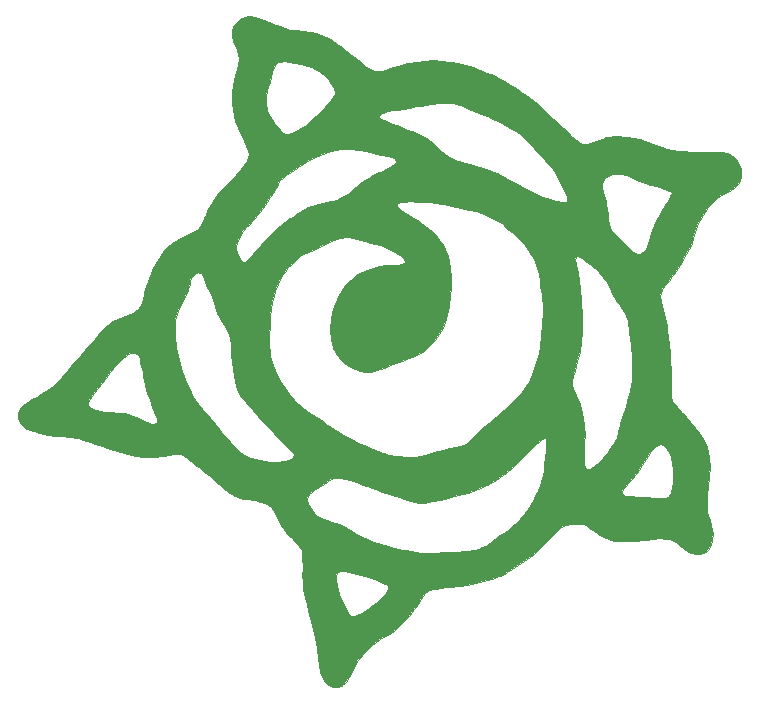
<source format=gbo>
G04 #@! TF.FileFunction,Legend,Bot*
%FSLAX46Y46*%
G04 Gerber Fmt 4.6, Leading zero omitted, Abs format (unit mm)*
G04 Created by KiCad (PCBNEW 4.0.4-stable) date Wednesday, 23 November 2016 'AMt' 09:31:18 AM*
%MOMM*%
%LPD*%
G01*
G04 APERTURE LIST*
%ADD10C,0.100000*%
%ADD11C,0.010000*%
G04 APERTURE END LIST*
D10*
D11*
G36*
X69681894Y-71874527D02*
X69332423Y-72032549D01*
X69104652Y-72207665D01*
X68806547Y-72581874D01*
X68638790Y-73026405D01*
X68617887Y-73493805D01*
X68630082Y-73571890D01*
X68696995Y-73813995D01*
X68813412Y-74135251D01*
X68943938Y-74443104D01*
X69138689Y-74976669D01*
X69197755Y-75464775D01*
X69123679Y-75959771D01*
X69031336Y-76242731D01*
X68840845Y-76878315D01*
X68700454Y-77611513D01*
X68619705Y-78375535D01*
X68608138Y-79103591D01*
X68611609Y-79180723D01*
X68659629Y-79714539D01*
X68753551Y-80213901D01*
X68906597Y-80724693D01*
X69131991Y-81292801D01*
X69370073Y-81812667D01*
X69614274Y-82346548D01*
X69810452Y-82820126D01*
X69949041Y-83207889D01*
X70020472Y-83484327D01*
X70028141Y-83567385D01*
X69988327Y-83791568D01*
X69867175Y-84056891D01*
X69654381Y-84377636D01*
X69339643Y-84768083D01*
X68912658Y-85242514D01*
X68529973Y-85644091D01*
X67978894Y-86227734D01*
X67535480Y-86736795D01*
X67176599Y-87204234D01*
X66879117Y-87663012D01*
X66619900Y-88146088D01*
X66375815Y-88686423D01*
X66348012Y-88752899D01*
X66158886Y-89192968D01*
X66002005Y-89505959D01*
X65852072Y-89724050D01*
X65683786Y-89879419D01*
X65471850Y-90004244D01*
X65302661Y-90082505D01*
X64639626Y-90382164D01*
X64109082Y-90647522D01*
X63683810Y-90900558D01*
X63336595Y-91163249D01*
X63040217Y-91457573D01*
X62767461Y-91805508D01*
X62491109Y-92229032D01*
X62347195Y-92469014D01*
X61958625Y-93169794D01*
X61657687Y-93817972D01*
X61415671Y-94483984D01*
X61203866Y-95238265D01*
X61181150Y-95329771D01*
X61045286Y-95847931D01*
X60910965Y-96232259D01*
X60748941Y-96515434D01*
X60529966Y-96730136D01*
X60224792Y-96909043D01*
X59804172Y-97084834D01*
X59515108Y-97191280D01*
X58962618Y-97413248D01*
X58507230Y-97656546D01*
X58105043Y-97953527D01*
X57712156Y-98336545D01*
X57290528Y-98830667D01*
X57040029Y-99126768D01*
X56716365Y-99488158D01*
X56367626Y-99861929D01*
X56136252Y-100100667D01*
X55788984Y-100473276D01*
X55400209Y-100924127D01*
X55022514Y-101390677D01*
X54764212Y-101732450D01*
X54238432Y-102402172D01*
X53708106Y-102949655D01*
X53126220Y-103415132D01*
X52445761Y-103838838D01*
X52066439Y-104041181D01*
X51683846Y-104243901D01*
X51333353Y-104442229D01*
X51056606Y-104611849D01*
X50907008Y-104718169D01*
X50635242Y-105047132D01*
X50507355Y-105433199D01*
X50525287Y-105841131D01*
X50690977Y-106235691D01*
X50814453Y-106399711D01*
X50943468Y-106537086D01*
X51076233Y-106645313D01*
X51243995Y-106738541D01*
X51478000Y-106830918D01*
X51809494Y-106936593D01*
X52269725Y-107069714D01*
X52334667Y-107088086D01*
X52965888Y-107235463D01*
X53677399Y-107339425D01*
X54305715Y-107394335D01*
X54718007Y-107424193D01*
X55052084Y-107456707D01*
X55345926Y-107500532D01*
X55637510Y-107564320D01*
X55964816Y-107656728D01*
X56365822Y-107786410D01*
X56878506Y-107962020D01*
X57034468Y-108016160D01*
X57626402Y-108215207D01*
X58266335Y-108419170D01*
X58898223Y-108610907D01*
X59466017Y-108773280D01*
X59792178Y-108859501D01*
X60472357Y-109017434D01*
X61054334Y-109116770D01*
X61587622Y-109158109D01*
X62121735Y-109142052D01*
X62706186Y-109069202D01*
X63390490Y-108940158D01*
X63555127Y-108905198D01*
X63822912Y-108859150D01*
X64056380Y-108856149D01*
X64283611Y-108908731D01*
X64532685Y-109029435D01*
X64831684Y-109230800D01*
X65208687Y-109525362D01*
X65521300Y-109783102D01*
X65878457Y-110078794D01*
X66228260Y-110364913D01*
X66529021Y-110607563D01*
X66728598Y-110764824D01*
X66971588Y-110962306D01*
X67280234Y-111227911D01*
X67597916Y-111512623D01*
X67681135Y-111589426D01*
X68289782Y-112086417D01*
X68898548Y-112435472D01*
X69542482Y-112654345D01*
X69923899Y-112725607D01*
X70539091Y-112817066D01*
X71014696Y-112908941D01*
X71379479Y-113019846D01*
X71662205Y-113168398D01*
X71891639Y-113373212D01*
X72096546Y-113652906D01*
X72305692Y-114026093D01*
X72484809Y-114382953D01*
X72704635Y-114812872D01*
X72901266Y-115144887D01*
X73114173Y-115433562D01*
X73382824Y-115733462D01*
X73675657Y-116029246D01*
X73970587Y-116326588D01*
X74225388Y-116595002D01*
X74412724Y-116804921D01*
X74505044Y-116926370D01*
X74537674Y-117075449D01*
X74562269Y-117373290D01*
X74577888Y-117799473D01*
X74583588Y-118333577D01*
X74582631Y-118608458D01*
X74580780Y-119182699D01*
X74587401Y-119629834D01*
X74606089Y-119992017D01*
X74640443Y-120311406D01*
X74694059Y-120630157D01*
X74770534Y-120990425D01*
X74795043Y-121098000D01*
X74921511Y-121613211D01*
X75077786Y-122198972D01*
X75239428Y-122765425D01*
X75324635Y-123045334D01*
X75513127Y-123726278D01*
X75664654Y-124463915D01*
X75790238Y-125312477D01*
X75797877Y-125373667D01*
X75897462Y-126131344D01*
X75991879Y-126739630D01*
X76085684Y-127218185D01*
X76183430Y-127586672D01*
X76289672Y-127864752D01*
X76408966Y-128072088D01*
X76429350Y-128099725D01*
X76759219Y-128419220D01*
X77136929Y-128595735D01*
X77533978Y-128622309D01*
X77921863Y-128491981D01*
X77955204Y-128472406D01*
X78251984Y-128206290D01*
X78539141Y-127778869D01*
X78796607Y-127234309D01*
X79211682Y-126432034D01*
X79765544Y-125694939D01*
X80431642Y-125051653D01*
X81183423Y-124530804D01*
X81424054Y-124401519D01*
X81775932Y-124213640D01*
X82079253Y-124020530D01*
X82376014Y-123790144D01*
X82708215Y-123490438D01*
X83033129Y-123173852D01*
X83596612Y-122578002D01*
X84038799Y-122026652D01*
X84325115Y-121592884D01*
X84546724Y-121246080D01*
X84775477Y-120926850D01*
X84975871Y-120683268D01*
X85055581Y-120603775D01*
X85170447Y-120506916D01*
X85281540Y-120433018D01*
X85416152Y-120375601D01*
X85582522Y-120333058D01*
X81788540Y-120333058D01*
X81648281Y-120627689D01*
X81358358Y-120982381D01*
X81354167Y-120986831D01*
X81016979Y-121305599D01*
X80580236Y-121662786D01*
X80095153Y-122019734D01*
X79612951Y-122337786D01*
X79388690Y-122470285D01*
X79057921Y-122596852D01*
X78766871Y-122595443D01*
X78558656Y-122473834D01*
X78423222Y-122278149D01*
X78250402Y-121963936D01*
X78058680Y-121572514D01*
X77866541Y-121145205D01*
X77692468Y-120723330D01*
X77554948Y-120348210D01*
X77472464Y-120061167D01*
X77466897Y-120033280D01*
X77408180Y-119511835D01*
X77449605Y-119124728D01*
X77590600Y-118872907D01*
X77830592Y-118757321D01*
X78169009Y-118778919D01*
X78216861Y-118790951D01*
X78883254Y-118974160D01*
X79524797Y-119158245D01*
X80119752Y-119336320D01*
X80646385Y-119501496D01*
X81082961Y-119646886D01*
X81407745Y-119765603D01*
X81599000Y-119850757D01*
X81632720Y-119873399D01*
X81782299Y-120085842D01*
X81788540Y-120333058D01*
X85582522Y-120333058D01*
X85601575Y-120328186D01*
X85865102Y-120284295D01*
X86234025Y-120237448D01*
X86735638Y-120181166D01*
X86921000Y-120160937D01*
X87968642Y-120026926D01*
X88947341Y-119862400D01*
X89835296Y-119672365D01*
X90610703Y-119461825D01*
X91251760Y-119235788D01*
X91561366Y-119095553D01*
X91912657Y-118897188D01*
X92354080Y-118617263D01*
X92846532Y-118283635D01*
X93350911Y-117924163D01*
X93828115Y-117566705D01*
X94239041Y-117239119D01*
X94541000Y-116972723D01*
X94825994Y-116691552D01*
X95170856Y-116341339D01*
X95521006Y-115977846D01*
X95692680Y-115796088D01*
X96115048Y-115381001D01*
X96501183Y-115094217D01*
X96895139Y-114914945D01*
X97340967Y-114822395D01*
X97811458Y-114796177D01*
X98124915Y-114801063D01*
X98349562Y-114838926D01*
X98556998Y-114932652D01*
X98818820Y-115105125D01*
X98852757Y-115129000D01*
X99417622Y-115516241D01*
X99887660Y-115806906D01*
X100297088Y-116014063D01*
X100680123Y-116150781D01*
X101070983Y-116230125D01*
X101503885Y-116265164D01*
X101841385Y-116270347D01*
X102303123Y-116256728D01*
X102843936Y-116221651D01*
X103375858Y-116171431D01*
X103600333Y-116144051D01*
X104285967Y-116062096D01*
X104837613Y-116024543D01*
X105286236Y-116037537D01*
X105662804Y-116107221D01*
X105998281Y-116239738D01*
X106323635Y-116441232D01*
X106669832Y-116717847D01*
X106722329Y-116763445D01*
X107136841Y-117086970D01*
X107506410Y-117280073D01*
X107871089Y-117358789D01*
X108187645Y-117350019D01*
X108602296Y-117228306D01*
X108925030Y-116976908D01*
X109151289Y-116611197D01*
X109276520Y-116146544D01*
X109296166Y-115598322D01*
X109205673Y-114981902D01*
X109048820Y-114444050D01*
X108929704Y-114084810D01*
X108848010Y-113766482D01*
X108802020Y-113452915D01*
X108790020Y-113107958D01*
X108810293Y-112695460D01*
X108861123Y-112179270D01*
X108918557Y-111700000D01*
X109016935Y-110769060D01*
X109017545Y-110756349D01*
X105970922Y-110756349D01*
X105926678Y-111281446D01*
X105838959Y-111798113D01*
X105748409Y-112165899D01*
X105648456Y-112405218D01*
X105532529Y-112536482D01*
X105520150Y-112544249D01*
X105372311Y-112578697D01*
X105104429Y-112595998D01*
X104765158Y-112593634D01*
X104658667Y-112588818D01*
X104263556Y-112568012D01*
X103772108Y-112543001D01*
X103257134Y-112517457D01*
X102930638Y-112501655D01*
X102521077Y-112475921D01*
X102163316Y-112442067D01*
X101897290Y-112404606D01*
X101766472Y-112370093D01*
X101643195Y-112257404D01*
X101631211Y-112097983D01*
X101736731Y-111875854D01*
X101965966Y-111575042D01*
X102161252Y-111354740D01*
X102403022Y-111069621D01*
X102703351Y-110682662D01*
X103031162Y-110235686D01*
X103355378Y-109770516D01*
X103504813Y-109546635D01*
X103846711Y-109034613D01*
X104118936Y-108651387D01*
X104337598Y-108379756D01*
X104518804Y-108202518D01*
X104678662Y-108102471D01*
X104833281Y-108062413D01*
X104897537Y-108059334D01*
X105146134Y-108139635D01*
X105376426Y-108363700D01*
X105580345Y-108706267D01*
X105749822Y-109142076D01*
X105876789Y-109645867D01*
X105953179Y-110192378D01*
X105970922Y-110756349D01*
X109017545Y-110756349D01*
X109055632Y-109963080D01*
X109025158Y-109254626D01*
X108916022Y-108616267D01*
X108718733Y-108020567D01*
X108423799Y-107440095D01*
X108021729Y-106847416D01*
X107503032Y-106215097D01*
X106858217Y-105515705D01*
X106734551Y-105387315D01*
X106355073Y-104984331D01*
X106084767Y-104658197D01*
X105907787Y-104371551D01*
X105808285Y-104087031D01*
X105770415Y-103767278D01*
X105778330Y-103374928D01*
X105792492Y-103166257D01*
X105804035Y-102790332D01*
X105795355Y-102280967D01*
X105768983Y-101672516D01*
X105767616Y-101650356D01*
X102514876Y-101650356D01*
X102446015Y-102626784D01*
X102305830Y-103562341D01*
X102098554Y-104412398D01*
X101935271Y-104884334D01*
X101768065Y-105345579D01*
X101606889Y-105857915D01*
X101477633Y-106336614D01*
X101438422Y-106510482D01*
X101312879Y-107051782D01*
X101169277Y-107506213D01*
X100986446Y-107913596D01*
X100743218Y-108313749D01*
X100418421Y-108746494D01*
X99990886Y-109251651D01*
X99966083Y-109279921D01*
X99547573Y-109716856D01*
X99185747Y-110012391D01*
X98885457Y-110164125D01*
X98651557Y-110169656D01*
X98488897Y-110026582D01*
X98482101Y-110014329D01*
X98448351Y-109853678D01*
X98431554Y-109538353D01*
X98432036Y-109082192D01*
X98447865Y-108553829D01*
X98456717Y-107783565D01*
X95197605Y-107783565D01*
X95191581Y-108102137D01*
X95164204Y-108525000D01*
X95107462Y-109241992D01*
X95055722Y-109818054D01*
X95003509Y-110281268D01*
X94945346Y-110659711D01*
X94875758Y-110981465D01*
X94789269Y-111274608D01*
X94680402Y-111567221D01*
X94543682Y-111887383D01*
X94481418Y-112026244D01*
X94277464Y-112458642D01*
X94058800Y-112891179D01*
X93854046Y-113268775D01*
X93714977Y-113501289D01*
X93416837Y-113901454D01*
X93023137Y-114344203D01*
X92581364Y-114781509D01*
X92139007Y-115165344D01*
X91874000Y-115363178D01*
X91627832Y-115537406D01*
X91305440Y-115772794D01*
X90964614Y-116026991D01*
X90858000Y-116107744D01*
X90443319Y-116413812D01*
X90108230Y-116631693D01*
X89804899Y-116784716D01*
X89485488Y-116896207D01*
X89102161Y-116989496D01*
X89010652Y-117008632D01*
X88698338Y-117056246D01*
X88252914Y-117101932D01*
X87710601Y-117143946D01*
X87107623Y-117180543D01*
X86480203Y-117209979D01*
X85864562Y-117230507D01*
X85296923Y-117240385D01*
X84813510Y-117237867D01*
X84508000Y-117225506D01*
X84190292Y-117190916D01*
X83770677Y-117126830D01*
X83311855Y-117043491D01*
X83003727Y-116979795D01*
X82059080Y-116758582D01*
X81250657Y-116535287D01*
X80545646Y-116297777D01*
X79911235Y-116033922D01*
X79314613Y-115731589D01*
X78793000Y-115422952D01*
X78391286Y-115178539D01*
X78043706Y-114990645D01*
X77698753Y-114836945D01*
X77304923Y-114695113D01*
X76810708Y-114542824D01*
X76663686Y-114499996D01*
X76292424Y-114375473D01*
X76016129Y-114230116D01*
X75761768Y-114021884D01*
X75660729Y-113922651D01*
X75288734Y-113486496D01*
X75063805Y-113083659D01*
X74988704Y-112723076D01*
X75066194Y-112413682D01*
X75155736Y-112288907D01*
X75350638Y-112110247D01*
X75644781Y-111883521D01*
X75998539Y-111634795D01*
X76372284Y-111390135D01*
X76726389Y-111175608D01*
X77021227Y-111017281D01*
X77197485Y-110945858D01*
X77397124Y-110906227D01*
X77613571Y-110897686D01*
X77868658Y-110925401D01*
X78184218Y-110994537D01*
X78582083Y-111110258D01*
X79084085Y-111277731D01*
X79712057Y-111502121D01*
X80009017Y-111611038D01*
X80506878Y-111792249D01*
X80956074Y-111951329D01*
X81330468Y-112079378D01*
X81603922Y-112167497D01*
X81750299Y-112206785D01*
X81762156Y-112208000D01*
X81892616Y-112237602D01*
X82141407Y-112317697D01*
X82469909Y-112435216D01*
X82757710Y-112544875D01*
X83442650Y-112791496D01*
X84012206Y-112947741D01*
X84490791Y-113018789D01*
X84902816Y-113009822D01*
X84931333Y-113006121D01*
X85208672Y-112958729D01*
X85610578Y-112878035D01*
X86099934Y-112772665D01*
X86639619Y-112651242D01*
X87192517Y-112522392D01*
X87721508Y-112394739D01*
X88189474Y-112276907D01*
X88559296Y-112177520D01*
X88764021Y-112115588D01*
X89481044Y-111838552D01*
X90227652Y-111488107D01*
X90930041Y-111100845D01*
X91339958Y-110838449D01*
X91599393Y-110640138D01*
X91951300Y-110342291D01*
X92370746Y-109967397D01*
X92832794Y-109537943D01*
X93312512Y-109076415D01*
X93512853Y-108878827D01*
X93994362Y-108403165D01*
X94371316Y-108038382D01*
X94656600Y-107773369D01*
X94863099Y-107597016D01*
X95003700Y-107498215D01*
X95091289Y-107465857D01*
X95133261Y-107481827D01*
X95178410Y-107585040D01*
X95197605Y-107783565D01*
X98456717Y-107783565D01*
X98461316Y-107383392D01*
X98399590Y-106347637D01*
X98259800Y-105428122D01*
X98039062Y-104606400D01*
X97734487Y-103864029D01*
X97704512Y-103803743D01*
X97516888Y-103384202D01*
X97420908Y-103019002D01*
X97414241Y-102654864D01*
X97494554Y-102238511D01*
X97618409Y-101836334D01*
X97863105Y-101027937D01*
X98038451Y-100238436D01*
X98151596Y-99419343D01*
X98209691Y-98522168D01*
X98221407Y-97746869D01*
X98208235Y-96662680D01*
X98198332Y-96410057D01*
X94969822Y-96410057D01*
X94955313Y-96786595D01*
X94920064Y-97154930D01*
X94876190Y-97589629D01*
X94828641Y-98119091D01*
X94783840Y-98669048D01*
X94754952Y-99064200D01*
X94716962Y-99536915D01*
X94668055Y-99929817D01*
X94596910Y-100298644D01*
X94492209Y-100699135D01*
X94342629Y-101187027D01*
X94291681Y-101345292D01*
X94090585Y-101934676D01*
X93905857Y-102400751D01*
X93718815Y-102785878D01*
X93510775Y-103132413D01*
X93488731Y-103165626D01*
X93165419Y-103592997D01*
X92728300Y-104088219D01*
X92204486Y-104625251D01*
X91621087Y-105178053D01*
X91005215Y-105720585D01*
X90383982Y-106226806D01*
X89998554Y-106517916D01*
X89689078Y-106775805D01*
X89361997Y-107098032D01*
X89122891Y-107372543D01*
X88885037Y-107643439D01*
X88637918Y-107874313D01*
X88433676Y-108016637D01*
X88427698Y-108019536D01*
X88234455Y-108089246D01*
X87915991Y-108180180D01*
X87513359Y-108281526D01*
X87067613Y-108382475D01*
X86975027Y-108402058D01*
X86515891Y-108502108D01*
X86081913Y-108604146D01*
X85717568Y-108697225D01*
X85467330Y-108770396D01*
X85439333Y-108780069D01*
X84946665Y-108947984D01*
X84546116Y-109056279D01*
X84175393Y-109114833D01*
X83772202Y-109133526D01*
X83280333Y-109122484D01*
X82757627Y-109085542D01*
X82250238Y-109021745D01*
X82159025Y-109004152D01*
X73882333Y-109004152D01*
X73806716Y-109144014D01*
X73609272Y-109290964D01*
X73334111Y-109418350D01*
X73077872Y-109490214D01*
X72431020Y-109565571D01*
X71728204Y-109542143D01*
X71382029Y-109499958D01*
X70991540Y-109428357D01*
X70552889Y-109325831D01*
X70252043Y-109241715D01*
X69981666Y-109148979D01*
X69756201Y-109041881D01*
X69534987Y-108893187D01*
X69277364Y-108675666D01*
X68951887Y-108370913D01*
X68587790Y-108000238D01*
X68185700Y-107555936D01*
X67803788Y-107103756D01*
X67590074Y-106831667D01*
X67263176Y-106412082D01*
X66935968Y-106009692D01*
X62292345Y-106009692D01*
X62263917Y-106135903D01*
X62254021Y-106158837D01*
X62151464Y-106298922D01*
X61994633Y-106354837D01*
X61762071Y-106323754D01*
X61432319Y-106202844D01*
X60989666Y-105992189D01*
X60558349Y-105782607D01*
X60188468Y-105629506D01*
X59834013Y-105521611D01*
X59448976Y-105447647D01*
X58987348Y-105396342D01*
X58403121Y-105356421D01*
X58392686Y-105355823D01*
X57827280Y-105313677D01*
X57397103Y-105254950D01*
X57068215Y-105170543D01*
X56806677Y-105051358D01*
X56578549Y-104888298D01*
X56546833Y-104861001D01*
X56428222Y-104703814D01*
X56414755Y-104514224D01*
X56513332Y-104270956D01*
X56730854Y-103952736D01*
X56915732Y-103723658D01*
X57217502Y-103349729D01*
X57550094Y-102916501D01*
X57850903Y-102505903D01*
X57905027Y-102429000D01*
X58255163Y-101962528D01*
X58639045Y-101511511D01*
X59031557Y-101100552D01*
X59407582Y-100754249D01*
X59742005Y-100497205D01*
X60009709Y-100354020D01*
X60030248Y-100347386D01*
X60263889Y-100289743D01*
X60409763Y-100301188D01*
X60537366Y-100388015D01*
X60543914Y-100393906D01*
X60634733Y-100491776D01*
X60712434Y-100621152D01*
X60784309Y-100806656D01*
X60857649Y-101072908D01*
X60939745Y-101444530D01*
X61037888Y-101946142D01*
X61096417Y-102259667D01*
X61257037Y-103051389D01*
X61429014Y-103726779D01*
X61628713Y-104338764D01*
X61872500Y-104940272D01*
X62033777Y-105291003D01*
X62187302Y-105626751D01*
X62270149Y-105853144D01*
X62292345Y-106009692D01*
X66935968Y-106009692D01*
X66874496Y-105934097D01*
X66477877Y-105463021D01*
X66194384Y-105138751D01*
X65839125Y-104729096D01*
X65568792Y-104379852D01*
X65345686Y-104034654D01*
X65132107Y-103637136D01*
X64980340Y-103323586D01*
X64636128Y-102559710D01*
X64372344Y-101886291D01*
X64174015Y-101253885D01*
X64026166Y-100613047D01*
X63913823Y-99914334D01*
X63888898Y-99719667D01*
X63805152Y-98875409D01*
X63782291Y-98160561D01*
X63824864Y-97544843D01*
X63937421Y-96997979D01*
X64124508Y-96489689D01*
X64390676Y-95989697D01*
X64467828Y-95866007D01*
X64659152Y-95545759D01*
X64802480Y-95243264D01*
X64917227Y-94905896D01*
X65022807Y-94481028D01*
X65081826Y-94201692D01*
X65180898Y-93969347D01*
X65357568Y-93740633D01*
X65563734Y-93566193D01*
X65751296Y-93496667D01*
X65751493Y-93496667D01*
X65897627Y-93517079D01*
X66012743Y-93598631D01*
X66120428Y-93771798D01*
X66244269Y-94067057D01*
X66292305Y-94195400D01*
X66436027Y-94553667D01*
X66612401Y-94950784D01*
X66723254Y-95180598D01*
X66877882Y-95520941D01*
X67012998Y-95876384D01*
X67078021Y-96090531D01*
X67364745Y-96960344D01*
X67756008Y-97706435D01*
X67934107Y-97959277D01*
X68213437Y-98359267D01*
X68386922Y-98713740D01*
X68476905Y-99087820D01*
X68505732Y-99546627D01*
X68506163Y-99626468D01*
X68520594Y-100028727D01*
X68560180Y-100526400D01*
X68619640Y-101081409D01*
X68693691Y-101655680D01*
X68777050Y-102211135D01*
X68864436Y-102709700D01*
X68950565Y-103113298D01*
X69025873Y-103372631D01*
X69185612Y-103708244D01*
X69405946Y-104062854D01*
X69552217Y-104254767D01*
X70278669Y-105092257D01*
X71073185Y-105977555D01*
X71882670Y-106852544D01*
X72654030Y-107659107D01*
X72777929Y-107785623D01*
X73126842Y-108145401D01*
X73430428Y-108467803D01*
X73669998Y-108732206D01*
X73826860Y-108917988D01*
X73882333Y-109004152D01*
X82159025Y-109004152D01*
X81827795Y-108940265D01*
X81756333Y-108921751D01*
X81393498Y-108805138D01*
X80960623Y-108641599D01*
X80538091Y-108461965D01*
X80444000Y-108418394D01*
X80021063Y-108223192D01*
X79555663Y-108015692D01*
X79136633Y-107835384D01*
X79069161Y-107807280D01*
X78534041Y-107555333D01*
X77914691Y-107212115D01*
X77251050Y-106801487D01*
X76583055Y-106347313D01*
X76381086Y-106201224D01*
X76028945Y-105949252D01*
X75643787Y-105683832D01*
X75321667Y-105470679D01*
X74650381Y-104998487D01*
X74073701Y-104491946D01*
X73533317Y-103897385D01*
X73314309Y-103622948D01*
X72914542Y-103073535D01*
X72597931Y-102553155D01*
X72333691Y-102002715D01*
X72091035Y-101363122D01*
X72008571Y-101116667D01*
X71924290Y-100849678D01*
X71863331Y-100620769D01*
X71822227Y-100394898D01*
X71797511Y-100137022D01*
X71785716Y-99812101D01*
X71783374Y-99385091D01*
X71786580Y-98873000D01*
X71804124Y-97983081D01*
X71843113Y-97231680D01*
X71907372Y-96588905D01*
X72000723Y-96024861D01*
X72126990Y-95509653D01*
X72274863Y-95054894D01*
X72475560Y-94521987D01*
X72658408Y-94105165D01*
X72852249Y-93757744D01*
X73085923Y-93433039D01*
X73388273Y-93084368D01*
X73686911Y-92769271D01*
X74015212Y-92435398D01*
X74264596Y-92201098D01*
X74470097Y-92040686D01*
X74666747Y-91928479D01*
X74889582Y-91838793D01*
X75012669Y-91797328D01*
X75314516Y-91682870D01*
X75710927Y-91509980D01*
X76148652Y-91302841D01*
X76543152Y-91102244D01*
X76961277Y-90885381D01*
X77274873Y-90737441D01*
X77526596Y-90643619D01*
X77759103Y-90589112D01*
X78015052Y-90559119D01*
X78132377Y-90550744D01*
X78508544Y-90539857D01*
X78826166Y-90570535D01*
X79167392Y-90654453D01*
X79408559Y-90732145D01*
X79837773Y-90863348D01*
X80319319Y-90989757D01*
X80723936Y-91078890D01*
X81152354Y-91192104D01*
X81604343Y-91365592D01*
X82051401Y-91581941D01*
X82465027Y-91823739D01*
X82816719Y-92073572D01*
X83077977Y-92314027D01*
X83220299Y-92527692D01*
X83238000Y-92614878D01*
X83175439Y-92750299D01*
X82980419Y-92829725D01*
X82641938Y-92855877D01*
X82312241Y-92843843D01*
X81577534Y-92868904D01*
X80804274Y-93025158D01*
X80037258Y-93296400D01*
X79321284Y-93666424D01*
X78701150Y-94119025D01*
X78642773Y-94171270D01*
X78129323Y-94736840D01*
X77678390Y-95421846D01*
X77313191Y-96181015D01*
X77056938Y-96969072D01*
X76963940Y-97445343D01*
X76900678Y-98348009D01*
X76975294Y-99167472D01*
X77183913Y-99896963D01*
X77522665Y-100529714D01*
X77987675Y-101058957D01*
X78575071Y-101477925D01*
X79280980Y-101779848D01*
X79476672Y-101836553D01*
X79936359Y-101918502D01*
X80394419Y-101909140D01*
X80895786Y-101803237D01*
X81460000Y-101605712D01*
X81816327Y-101467262D01*
X82264452Y-101297965D01*
X82736482Y-101123297D01*
X83020020Y-101020365D01*
X83632643Y-100789089D01*
X84118254Y-100576293D01*
X84514420Y-100360617D01*
X84858711Y-100120704D01*
X85188695Y-99835196D01*
X85309700Y-99718637D01*
X85790998Y-99204585D01*
X86157376Y-98710082D01*
X86445608Y-98179426D01*
X86640376Y-97703117D01*
X86828307Y-97067867D01*
X86970528Y-96335549D01*
X87066259Y-95541684D01*
X87114723Y-94721794D01*
X87115140Y-93911399D01*
X87066733Y-93146021D01*
X86968723Y-92461180D01*
X86820333Y-91892398D01*
X86770568Y-91761000D01*
X86542524Y-91310826D01*
X86223360Y-90817124D01*
X85855587Y-90340373D01*
X85510588Y-89968472D01*
X85302278Y-89792700D01*
X84987567Y-89557143D01*
X84605075Y-89289438D01*
X84193420Y-89017222D01*
X84084667Y-88948038D01*
X83581135Y-88630298D01*
X83202874Y-88389600D01*
X82931966Y-88212591D01*
X82750497Y-88085917D01*
X82640548Y-87996224D01*
X82584204Y-87930160D01*
X82563549Y-87874371D01*
X82560666Y-87815503D01*
X82560667Y-87812167D01*
X82594152Y-87690040D01*
X82706422Y-87600489D01*
X82915201Y-87540491D01*
X83238212Y-87507021D01*
X83693178Y-87497054D01*
X84297821Y-87507567D01*
X84338667Y-87508765D01*
X84904877Y-87531633D01*
X85394862Y-87567753D01*
X85865325Y-87624251D01*
X86372968Y-87708255D01*
X86974496Y-87826892D01*
X87132667Y-87859948D01*
X87969540Y-88038680D01*
X88663715Y-88195263D01*
X89238886Y-88338976D01*
X89718747Y-88479096D01*
X90126991Y-88624900D01*
X90487313Y-88785664D01*
X90823407Y-88970667D01*
X91158966Y-89189185D01*
X91517684Y-89450496D01*
X91851162Y-89707451D01*
X92437756Y-90190492D01*
X92916647Y-90647160D01*
X93332569Y-91124815D01*
X93730256Y-91670821D01*
X93790739Y-91761000D01*
X94068143Y-92210670D01*
X94280917Y-92641973D01*
X94442251Y-93096166D01*
X94565339Y-93614506D01*
X94663372Y-94238248D01*
X94711224Y-94639667D01*
X94760429Y-95004968D01*
X94830503Y-95429189D01*
X94889255Y-95736063D01*
X94948282Y-96081933D01*
X94969822Y-96410057D01*
X98198332Y-96410057D01*
X98171349Y-95721771D01*
X98108645Y-94899476D01*
X98018024Y-94171126D01*
X97897382Y-93512053D01*
X97838836Y-93256473D01*
X97733128Y-92766345D01*
X97693879Y-92417122D01*
X97728886Y-92206003D01*
X97845944Y-92130189D01*
X98052848Y-92186878D01*
X98357395Y-92373271D01*
X98767380Y-92686567D01*
X98967685Y-92850986D01*
X99513292Y-93331355D01*
X99935860Y-93770000D01*
X100263135Y-94202254D01*
X100522862Y-94663450D01*
X100685905Y-95039089D01*
X100815708Y-95308663D01*
X101015643Y-95654477D01*
X101251644Y-96019296D01*
X101366485Y-96182632D01*
X101659546Y-96599066D01*
X101865679Y-96934020D01*
X102005661Y-97236679D01*
X102100267Y-97556230D01*
X102170274Y-97941859D01*
X102200083Y-98156086D01*
X102256202Y-98572730D01*
X102325220Y-99072238D01*
X102395389Y-99569943D01*
X102421705Y-99753415D01*
X102508183Y-100677690D01*
X102514876Y-101650356D01*
X105767616Y-101650356D01*
X105727449Y-100999337D01*
X105673281Y-100295786D01*
X105609009Y-99596220D01*
X105537164Y-98934995D01*
X105460275Y-98346467D01*
X105417162Y-98068667D01*
X105326430Y-97583217D01*
X105213972Y-97066918D01*
X105097005Y-96595774D01*
X105030517Y-96362102D01*
X104902560Y-95886027D01*
X104856458Y-95516632D01*
X104898908Y-95208857D01*
X105036609Y-94917639D01*
X105276258Y-94597919D01*
X105296290Y-94574173D01*
X105570808Y-94230247D01*
X105875043Y-93815358D01*
X106193456Y-93354455D01*
X106510507Y-92872488D01*
X106810657Y-92394407D01*
X107078367Y-91945162D01*
X107298096Y-91549702D01*
X107454307Y-91232976D01*
X107531458Y-91019935D01*
X107536920Y-90976685D01*
X107575912Y-90815431D01*
X107618301Y-90722685D01*
X107683610Y-90564110D01*
X107769441Y-90304705D01*
X107837435Y-90071283D01*
X108098487Y-89354572D01*
X108478493Y-88629088D01*
X108941669Y-87954840D01*
X109413127Y-87428833D01*
X109690793Y-87201217D01*
X110041054Y-86965845D01*
X110331333Y-86803282D01*
X110401652Y-86765667D01*
X105824605Y-86765667D01*
X105790185Y-86899949D01*
X105679555Y-87141664D01*
X105509812Y-87456939D01*
X105298050Y-87811900D01*
X105290479Y-87824000D01*
X104851900Y-88550906D01*
X104511612Y-89179467D01*
X104255915Y-89738352D01*
X104071110Y-90256227D01*
X103993972Y-90537004D01*
X103824215Y-91117494D01*
X103636774Y-91539636D01*
X103424400Y-91814094D01*
X103179846Y-91951531D01*
X103018044Y-91972667D01*
X102876710Y-91949891D01*
X102719593Y-91867900D01*
X102518634Y-91706203D01*
X102245774Y-91444307D01*
X102119598Y-91316500D01*
X101802994Y-90997598D01*
X101479530Y-90679586D01*
X101197588Y-90409710D01*
X101074724Y-90296178D01*
X100854982Y-90085052D01*
X100698511Y-89889505D01*
X100590738Y-89671443D01*
X100517089Y-89392771D01*
X100462992Y-89015394D01*
X100421506Y-88588678D01*
X100374302Y-88156019D01*
X100312415Y-87729790D01*
X100245751Y-87373781D01*
X100232760Y-87320942D01*
X96992557Y-87320942D01*
X96957011Y-87437080D01*
X96941903Y-87457576D01*
X96879025Y-87519564D01*
X96796956Y-87552795D01*
X96668019Y-87554119D01*
X96464536Y-87520389D01*
X96158831Y-87448456D01*
X95723226Y-87335173D01*
X95616247Y-87306789D01*
X95164878Y-87174057D01*
X94709402Y-87011354D01*
X94225691Y-86807341D01*
X93689622Y-86550681D01*
X93077069Y-86230035D01*
X92363908Y-85834066D01*
X91823857Y-85524492D01*
X91049160Y-85131749D01*
X90115200Y-84758397D01*
X89018651Y-84403215D01*
X88021667Y-84131221D01*
X87867052Y-84090252D01*
X82476000Y-84090252D01*
X82469934Y-84171128D01*
X82438294Y-84244569D01*
X82360913Y-84324224D01*
X82217627Y-84423745D01*
X81988269Y-84556781D01*
X81652676Y-84736984D01*
X81190681Y-84978004D01*
X81079000Y-85035919D01*
X80573911Y-85299190D01*
X80185594Y-85507732D01*
X79879911Y-85683630D01*
X79622725Y-85848962D01*
X79379895Y-86025812D01*
X79117284Y-86236260D01*
X78800754Y-86502389D01*
X78765494Y-86532343D01*
X78401239Y-86832766D01*
X78092246Y-87056885D01*
X77795871Y-87224330D01*
X77469471Y-87354731D01*
X77070403Y-87467719D01*
X76556024Y-87582926D01*
X76423644Y-87610417D01*
X75871970Y-87732512D01*
X75418928Y-87858383D01*
X75021826Y-88007641D01*
X74637976Y-88199898D01*
X74224685Y-88454765D01*
X73739263Y-88791855D01*
X73543667Y-88933442D01*
X72674866Y-89614242D01*
X71865725Y-90353399D01*
X71069956Y-91194425D01*
X70765518Y-91544982D01*
X70397384Y-91975603D01*
X70119797Y-92289040D01*
X69914076Y-92497507D01*
X69761542Y-92613214D01*
X69643513Y-92648375D01*
X69541308Y-92615201D01*
X69436248Y-92525905D01*
X69370287Y-92457090D01*
X69198986Y-92202821D01*
X69049108Y-91858992D01*
X68950997Y-91505141D01*
X68929333Y-91301312D01*
X68996335Y-90978070D01*
X69189644Y-90575550D01*
X69497712Y-90112813D01*
X69908995Y-89608918D01*
X70046357Y-89457345D01*
X70328451Y-89146989D01*
X70579071Y-88860565D01*
X70768482Y-88632705D01*
X70859644Y-88510153D01*
X70967190Y-88352454D01*
X71148850Y-88097891D01*
X71376936Y-87784910D01*
X71567246Y-87527667D01*
X71832247Y-87155879D01*
X72087228Y-86770456D01*
X72296155Y-86427164D01*
X72387891Y-86257667D01*
X72544518Y-85970931D01*
X72718248Y-85723620D01*
X72934667Y-85492011D01*
X73219366Y-85252379D01*
X73597932Y-84981003D01*
X74095955Y-84654158D01*
X74165231Y-84609911D01*
X75163125Y-84021296D01*
X76092679Y-83575433D01*
X76970201Y-83268415D01*
X77811998Y-83096335D01*
X78634379Y-83055287D01*
X79453649Y-83141363D01*
X79893667Y-83237572D01*
X80319581Y-83338684D01*
X80813608Y-83444118D01*
X81276443Y-83532797D01*
X81323263Y-83540982D01*
X81835837Y-83648480D01*
X82190931Y-83769200D01*
X82400228Y-83908706D01*
X82475409Y-84072565D01*
X82476000Y-84090252D01*
X87867052Y-84090252D01*
X87666016Y-84036983D01*
X87383653Y-83945630D01*
X87140588Y-83836766D01*
X86902834Y-83689993D01*
X86636400Y-83484913D01*
X86307300Y-83201128D01*
X85975579Y-82903291D01*
X85601905Y-82576131D01*
X85258652Y-82304902D01*
X84914163Y-82071863D01*
X84536779Y-81859273D01*
X84094844Y-81649389D01*
X83556701Y-81424471D01*
X82890693Y-81166777D01*
X82848714Y-81150919D01*
X82259497Y-80927690D01*
X81810965Y-80754381D01*
X81485051Y-80621999D01*
X81263687Y-80521548D01*
X81128804Y-80444034D01*
X81062335Y-80380462D01*
X81046211Y-80321838D01*
X81061564Y-80261241D01*
X81175090Y-80115871D01*
X81404981Y-79991189D01*
X81766504Y-79881896D01*
X82274925Y-79782691D01*
X82568073Y-79738169D01*
X83066489Y-79661451D01*
X83647101Y-79562832D01*
X84226736Y-79456825D01*
X84592667Y-79384911D01*
X85447312Y-79241090D01*
X86240206Y-79167755D01*
X86497667Y-79160071D01*
X86841132Y-79159035D01*
X87109390Y-79170387D01*
X87346565Y-79203715D01*
X87596782Y-79268607D01*
X87904166Y-79374651D01*
X88312841Y-79531434D01*
X88445000Y-79583209D01*
X88863770Y-79746112D01*
X89241747Y-79890628D01*
X89543061Y-80003217D01*
X89731837Y-80070344D01*
X89757333Y-80078462D01*
X89958908Y-80156758D01*
X90274099Y-80299939D01*
X90668628Y-80490427D01*
X91108214Y-80710645D01*
X91558578Y-80943012D01*
X91985441Y-81169951D01*
X92354523Y-81373883D01*
X92631544Y-81537228D01*
X92735322Y-81605585D01*
X92966674Y-81791875D01*
X93263895Y-82061116D01*
X93580143Y-82369888D01*
X93751322Y-82547315D01*
X94091400Y-82908765D01*
X94467024Y-83307746D01*
X94815004Y-83677147D01*
X94931713Y-83800967D01*
X95384524Y-84307060D01*
X95757620Y-84790441D01*
X96091003Y-85308888D01*
X96424674Y-85920182D01*
X96495578Y-86059891D01*
X96729893Y-86539083D01*
X96886096Y-86894171D01*
X96971285Y-87147382D01*
X96992557Y-87320942D01*
X100232760Y-87320942D01*
X100210728Y-87231334D01*
X100065594Y-86691401D01*
X99981197Y-86283118D01*
X99960510Y-85978957D01*
X100006508Y-85751392D01*
X100122163Y-85572894D01*
X100310449Y-85415937D01*
X100414128Y-85348434D01*
X100762718Y-85196209D01*
X101162696Y-85150450D01*
X101634368Y-85213101D01*
X102198041Y-85386102D01*
X102626667Y-85560080D01*
X103071476Y-85743331D01*
X103545758Y-85921336D01*
X103979405Y-86068499D01*
X104193000Y-86131911D01*
X104747606Y-86284372D01*
X105159543Y-86402999D01*
X105450151Y-86496081D01*
X105640772Y-86571908D01*
X105752746Y-86638769D01*
X105807414Y-86704953D01*
X105824605Y-86765667D01*
X110401652Y-86765667D01*
X110820493Y-86541621D01*
X111174598Y-86302346D01*
X111421742Y-86062500D01*
X111590019Y-85799126D01*
X111608690Y-85759496D01*
X111745714Y-85268328D01*
X111727343Y-84775763D01*
X111564977Y-84309594D01*
X111270017Y-83897616D01*
X110853867Y-83567624D01*
X110670000Y-83471197D01*
X110532849Y-83413608D01*
X110387093Y-83369895D01*
X110207598Y-83338039D01*
X109969227Y-83316021D01*
X109646844Y-83301821D01*
X109215312Y-83293421D01*
X108649497Y-83288801D01*
X108384000Y-83287576D01*
X107578841Y-83278546D01*
X106911102Y-83255243D01*
X106349121Y-83212581D01*
X105861235Y-83145473D01*
X105415780Y-83048835D01*
X104981093Y-82917581D01*
X104525512Y-82746626D01*
X104219010Y-82618610D01*
X103142880Y-82244109D01*
X102034403Y-82026571D01*
X101179548Y-81970026D01*
X100862933Y-81975315D01*
X100594037Y-82005650D01*
X100318602Y-82073360D01*
X99982369Y-82190772D01*
X99674970Y-82311879D01*
X99174144Y-82500928D01*
X98789684Y-82611235D01*
X98489999Y-82646410D01*
X98243497Y-82610066D01*
X98018587Y-82505815D01*
X98012333Y-82501978D01*
X97883538Y-82401869D01*
X97652646Y-82201293D01*
X97338937Y-81917864D01*
X96961688Y-81569192D01*
X96540178Y-81172888D01*
X96149667Y-80800378D01*
X95640166Y-80311426D01*
X95211375Y-79903639D01*
X94841454Y-79560493D01*
X94508564Y-79265462D01*
X94190867Y-79002020D01*
X93866522Y-78753643D01*
X93513692Y-78503805D01*
X93110536Y-78235981D01*
X93079952Y-78216527D01*
X77311333Y-78216527D01*
X77300353Y-78362072D01*
X77257232Y-78506407D01*
X77166706Y-78670485D01*
X77013507Y-78875259D01*
X76782368Y-79141684D01*
X76458024Y-79490711D01*
X76140859Y-79823000D01*
X75696133Y-80280862D01*
X75336704Y-80635414D01*
X75035001Y-80909580D01*
X74763455Y-81126286D01*
X74494494Y-81308456D01*
X74200550Y-81479012D01*
X74056452Y-81556150D01*
X73659990Y-81736291D01*
X73348604Y-81801134D01*
X73083286Y-81750604D01*
X72825028Y-81584631D01*
X72789056Y-81553797D01*
X72551846Y-81302889D01*
X72279915Y-80950756D01*
X72008684Y-80550297D01*
X71773575Y-80154409D01*
X71610010Y-79815992D01*
X71590322Y-79763628D01*
X71487615Y-79266121D01*
X71490430Y-78694110D01*
X71598320Y-78105170D01*
X71603320Y-78087334D01*
X71692474Y-77759424D01*
X71796747Y-77356643D01*
X71888554Y-76986667D01*
X72023032Y-76476002D01*
X72154314Y-76110097D01*
X72301893Y-75865904D01*
X72485260Y-75720375D01*
X72723910Y-75650465D01*
X73033339Y-75633112D01*
X73451726Y-75662990D01*
X73957456Y-75741910D01*
X74491127Y-75856587D01*
X74993339Y-75993735D01*
X75404690Y-76140068D01*
X75506732Y-76186322D01*
X75945394Y-76446150D01*
X76363282Y-76775302D01*
X76734601Y-77144759D01*
X77033557Y-77525503D01*
X77234356Y-77888514D01*
X77311202Y-78204772D01*
X77311333Y-78216527D01*
X93079952Y-78216527D01*
X92635217Y-77933645D01*
X92065894Y-77580272D01*
X91380729Y-77159338D01*
X91154333Y-77020484D01*
X90759124Y-76812073D01*
X90237509Y-76586634D01*
X89629664Y-76357562D01*
X88975760Y-76138255D01*
X88315970Y-75942108D01*
X87690468Y-75782520D01*
X87139426Y-75672886D01*
X87090354Y-75665244D01*
X86353967Y-75575654D01*
X85660727Y-75541849D01*
X84976189Y-75567607D01*
X84265908Y-75656708D01*
X83495438Y-75812928D01*
X82630335Y-76040047D01*
X82021087Y-76221277D01*
X81645392Y-76330277D01*
X81308554Y-76416000D01*
X81056933Y-76467255D01*
X80962754Y-76476807D01*
X80651814Y-76415311D01*
X80275439Y-76250415D01*
X79881088Y-76004931D01*
X79712295Y-75875788D01*
X79108347Y-75384358D01*
X78615705Y-74986946D01*
X78215597Y-74669155D01*
X77889252Y-74416588D01*
X77617898Y-74214850D01*
X77382765Y-74049544D01*
X77165079Y-73906273D01*
X77050862Y-73834661D01*
X76595461Y-73571926D01*
X76179656Y-73381542D01*
X75752224Y-73247745D01*
X75261936Y-73154770D01*
X74657568Y-73086850D01*
X74606347Y-73082339D01*
X74028295Y-73022773D01*
X73543224Y-72946090D01*
X73098419Y-72838055D01*
X72641163Y-72684432D01*
X72118740Y-72470985D01*
X71770233Y-72316483D01*
X71104698Y-72043259D01*
X70548090Y-71879067D01*
X70080470Y-71823095D01*
X69681894Y-71874527D01*
X69681894Y-71874527D01*
G37*
X69681894Y-71874527D02*
X69332423Y-72032549D01*
X69104652Y-72207665D01*
X68806547Y-72581874D01*
X68638790Y-73026405D01*
X68617887Y-73493805D01*
X68630082Y-73571890D01*
X68696995Y-73813995D01*
X68813412Y-74135251D01*
X68943938Y-74443104D01*
X69138689Y-74976669D01*
X69197755Y-75464775D01*
X69123679Y-75959771D01*
X69031336Y-76242731D01*
X68840845Y-76878315D01*
X68700454Y-77611513D01*
X68619705Y-78375535D01*
X68608138Y-79103591D01*
X68611609Y-79180723D01*
X68659629Y-79714539D01*
X68753551Y-80213901D01*
X68906597Y-80724693D01*
X69131991Y-81292801D01*
X69370073Y-81812667D01*
X69614274Y-82346548D01*
X69810452Y-82820126D01*
X69949041Y-83207889D01*
X70020472Y-83484327D01*
X70028141Y-83567385D01*
X69988327Y-83791568D01*
X69867175Y-84056891D01*
X69654381Y-84377636D01*
X69339643Y-84768083D01*
X68912658Y-85242514D01*
X68529973Y-85644091D01*
X67978894Y-86227734D01*
X67535480Y-86736795D01*
X67176599Y-87204234D01*
X66879117Y-87663012D01*
X66619900Y-88146088D01*
X66375815Y-88686423D01*
X66348012Y-88752899D01*
X66158886Y-89192968D01*
X66002005Y-89505959D01*
X65852072Y-89724050D01*
X65683786Y-89879419D01*
X65471850Y-90004244D01*
X65302661Y-90082505D01*
X64639626Y-90382164D01*
X64109082Y-90647522D01*
X63683810Y-90900558D01*
X63336595Y-91163249D01*
X63040217Y-91457573D01*
X62767461Y-91805508D01*
X62491109Y-92229032D01*
X62347195Y-92469014D01*
X61958625Y-93169794D01*
X61657687Y-93817972D01*
X61415671Y-94483984D01*
X61203866Y-95238265D01*
X61181150Y-95329771D01*
X61045286Y-95847931D01*
X60910965Y-96232259D01*
X60748941Y-96515434D01*
X60529966Y-96730136D01*
X60224792Y-96909043D01*
X59804172Y-97084834D01*
X59515108Y-97191280D01*
X58962618Y-97413248D01*
X58507230Y-97656546D01*
X58105043Y-97953527D01*
X57712156Y-98336545D01*
X57290528Y-98830667D01*
X57040029Y-99126768D01*
X56716365Y-99488158D01*
X56367626Y-99861929D01*
X56136252Y-100100667D01*
X55788984Y-100473276D01*
X55400209Y-100924127D01*
X55022514Y-101390677D01*
X54764212Y-101732450D01*
X54238432Y-102402172D01*
X53708106Y-102949655D01*
X53126220Y-103415132D01*
X52445761Y-103838838D01*
X52066439Y-104041181D01*
X51683846Y-104243901D01*
X51333353Y-104442229D01*
X51056606Y-104611849D01*
X50907008Y-104718169D01*
X50635242Y-105047132D01*
X50507355Y-105433199D01*
X50525287Y-105841131D01*
X50690977Y-106235691D01*
X50814453Y-106399711D01*
X50943468Y-106537086D01*
X51076233Y-106645313D01*
X51243995Y-106738541D01*
X51478000Y-106830918D01*
X51809494Y-106936593D01*
X52269725Y-107069714D01*
X52334667Y-107088086D01*
X52965888Y-107235463D01*
X53677399Y-107339425D01*
X54305715Y-107394335D01*
X54718007Y-107424193D01*
X55052084Y-107456707D01*
X55345926Y-107500532D01*
X55637510Y-107564320D01*
X55964816Y-107656728D01*
X56365822Y-107786410D01*
X56878506Y-107962020D01*
X57034468Y-108016160D01*
X57626402Y-108215207D01*
X58266335Y-108419170D01*
X58898223Y-108610907D01*
X59466017Y-108773280D01*
X59792178Y-108859501D01*
X60472357Y-109017434D01*
X61054334Y-109116770D01*
X61587622Y-109158109D01*
X62121735Y-109142052D01*
X62706186Y-109069202D01*
X63390490Y-108940158D01*
X63555127Y-108905198D01*
X63822912Y-108859150D01*
X64056380Y-108856149D01*
X64283611Y-108908731D01*
X64532685Y-109029435D01*
X64831684Y-109230800D01*
X65208687Y-109525362D01*
X65521300Y-109783102D01*
X65878457Y-110078794D01*
X66228260Y-110364913D01*
X66529021Y-110607563D01*
X66728598Y-110764824D01*
X66971588Y-110962306D01*
X67280234Y-111227911D01*
X67597916Y-111512623D01*
X67681135Y-111589426D01*
X68289782Y-112086417D01*
X68898548Y-112435472D01*
X69542482Y-112654345D01*
X69923899Y-112725607D01*
X70539091Y-112817066D01*
X71014696Y-112908941D01*
X71379479Y-113019846D01*
X71662205Y-113168398D01*
X71891639Y-113373212D01*
X72096546Y-113652906D01*
X72305692Y-114026093D01*
X72484809Y-114382953D01*
X72704635Y-114812872D01*
X72901266Y-115144887D01*
X73114173Y-115433562D01*
X73382824Y-115733462D01*
X73675657Y-116029246D01*
X73970587Y-116326588D01*
X74225388Y-116595002D01*
X74412724Y-116804921D01*
X74505044Y-116926370D01*
X74537674Y-117075449D01*
X74562269Y-117373290D01*
X74577888Y-117799473D01*
X74583588Y-118333577D01*
X74582631Y-118608458D01*
X74580780Y-119182699D01*
X74587401Y-119629834D01*
X74606089Y-119992017D01*
X74640443Y-120311406D01*
X74694059Y-120630157D01*
X74770534Y-120990425D01*
X74795043Y-121098000D01*
X74921511Y-121613211D01*
X75077786Y-122198972D01*
X75239428Y-122765425D01*
X75324635Y-123045334D01*
X75513127Y-123726278D01*
X75664654Y-124463915D01*
X75790238Y-125312477D01*
X75797877Y-125373667D01*
X75897462Y-126131344D01*
X75991879Y-126739630D01*
X76085684Y-127218185D01*
X76183430Y-127586672D01*
X76289672Y-127864752D01*
X76408966Y-128072088D01*
X76429350Y-128099725D01*
X76759219Y-128419220D01*
X77136929Y-128595735D01*
X77533978Y-128622309D01*
X77921863Y-128491981D01*
X77955204Y-128472406D01*
X78251984Y-128206290D01*
X78539141Y-127778869D01*
X78796607Y-127234309D01*
X79211682Y-126432034D01*
X79765544Y-125694939D01*
X80431642Y-125051653D01*
X81183423Y-124530804D01*
X81424054Y-124401519D01*
X81775932Y-124213640D01*
X82079253Y-124020530D01*
X82376014Y-123790144D01*
X82708215Y-123490438D01*
X83033129Y-123173852D01*
X83596612Y-122578002D01*
X84038799Y-122026652D01*
X84325115Y-121592884D01*
X84546724Y-121246080D01*
X84775477Y-120926850D01*
X84975871Y-120683268D01*
X85055581Y-120603775D01*
X85170447Y-120506916D01*
X85281540Y-120433018D01*
X85416152Y-120375601D01*
X85582522Y-120333058D01*
X81788540Y-120333058D01*
X81648281Y-120627689D01*
X81358358Y-120982381D01*
X81354167Y-120986831D01*
X81016979Y-121305599D01*
X80580236Y-121662786D01*
X80095153Y-122019734D01*
X79612951Y-122337786D01*
X79388690Y-122470285D01*
X79057921Y-122596852D01*
X78766871Y-122595443D01*
X78558656Y-122473834D01*
X78423222Y-122278149D01*
X78250402Y-121963936D01*
X78058680Y-121572514D01*
X77866541Y-121145205D01*
X77692468Y-120723330D01*
X77554948Y-120348210D01*
X77472464Y-120061167D01*
X77466897Y-120033280D01*
X77408180Y-119511835D01*
X77449605Y-119124728D01*
X77590600Y-118872907D01*
X77830592Y-118757321D01*
X78169009Y-118778919D01*
X78216861Y-118790951D01*
X78883254Y-118974160D01*
X79524797Y-119158245D01*
X80119752Y-119336320D01*
X80646385Y-119501496D01*
X81082961Y-119646886D01*
X81407745Y-119765603D01*
X81599000Y-119850757D01*
X81632720Y-119873399D01*
X81782299Y-120085842D01*
X81788540Y-120333058D01*
X85582522Y-120333058D01*
X85601575Y-120328186D01*
X85865102Y-120284295D01*
X86234025Y-120237448D01*
X86735638Y-120181166D01*
X86921000Y-120160937D01*
X87968642Y-120026926D01*
X88947341Y-119862400D01*
X89835296Y-119672365D01*
X90610703Y-119461825D01*
X91251760Y-119235788D01*
X91561366Y-119095553D01*
X91912657Y-118897188D01*
X92354080Y-118617263D01*
X92846532Y-118283635D01*
X93350911Y-117924163D01*
X93828115Y-117566705D01*
X94239041Y-117239119D01*
X94541000Y-116972723D01*
X94825994Y-116691552D01*
X95170856Y-116341339D01*
X95521006Y-115977846D01*
X95692680Y-115796088D01*
X96115048Y-115381001D01*
X96501183Y-115094217D01*
X96895139Y-114914945D01*
X97340967Y-114822395D01*
X97811458Y-114796177D01*
X98124915Y-114801063D01*
X98349562Y-114838926D01*
X98556998Y-114932652D01*
X98818820Y-115105125D01*
X98852757Y-115129000D01*
X99417622Y-115516241D01*
X99887660Y-115806906D01*
X100297088Y-116014063D01*
X100680123Y-116150781D01*
X101070983Y-116230125D01*
X101503885Y-116265164D01*
X101841385Y-116270347D01*
X102303123Y-116256728D01*
X102843936Y-116221651D01*
X103375858Y-116171431D01*
X103600333Y-116144051D01*
X104285967Y-116062096D01*
X104837613Y-116024543D01*
X105286236Y-116037537D01*
X105662804Y-116107221D01*
X105998281Y-116239738D01*
X106323635Y-116441232D01*
X106669832Y-116717847D01*
X106722329Y-116763445D01*
X107136841Y-117086970D01*
X107506410Y-117280073D01*
X107871089Y-117358789D01*
X108187645Y-117350019D01*
X108602296Y-117228306D01*
X108925030Y-116976908D01*
X109151289Y-116611197D01*
X109276520Y-116146544D01*
X109296166Y-115598322D01*
X109205673Y-114981902D01*
X109048820Y-114444050D01*
X108929704Y-114084810D01*
X108848010Y-113766482D01*
X108802020Y-113452915D01*
X108790020Y-113107958D01*
X108810293Y-112695460D01*
X108861123Y-112179270D01*
X108918557Y-111700000D01*
X109016935Y-110769060D01*
X109017545Y-110756349D01*
X105970922Y-110756349D01*
X105926678Y-111281446D01*
X105838959Y-111798113D01*
X105748409Y-112165899D01*
X105648456Y-112405218D01*
X105532529Y-112536482D01*
X105520150Y-112544249D01*
X105372311Y-112578697D01*
X105104429Y-112595998D01*
X104765158Y-112593634D01*
X104658667Y-112588818D01*
X104263556Y-112568012D01*
X103772108Y-112543001D01*
X103257134Y-112517457D01*
X102930638Y-112501655D01*
X102521077Y-112475921D01*
X102163316Y-112442067D01*
X101897290Y-112404606D01*
X101766472Y-112370093D01*
X101643195Y-112257404D01*
X101631211Y-112097983D01*
X101736731Y-111875854D01*
X101965966Y-111575042D01*
X102161252Y-111354740D01*
X102403022Y-111069621D01*
X102703351Y-110682662D01*
X103031162Y-110235686D01*
X103355378Y-109770516D01*
X103504813Y-109546635D01*
X103846711Y-109034613D01*
X104118936Y-108651387D01*
X104337598Y-108379756D01*
X104518804Y-108202518D01*
X104678662Y-108102471D01*
X104833281Y-108062413D01*
X104897537Y-108059334D01*
X105146134Y-108139635D01*
X105376426Y-108363700D01*
X105580345Y-108706267D01*
X105749822Y-109142076D01*
X105876789Y-109645867D01*
X105953179Y-110192378D01*
X105970922Y-110756349D01*
X109017545Y-110756349D01*
X109055632Y-109963080D01*
X109025158Y-109254626D01*
X108916022Y-108616267D01*
X108718733Y-108020567D01*
X108423799Y-107440095D01*
X108021729Y-106847416D01*
X107503032Y-106215097D01*
X106858217Y-105515705D01*
X106734551Y-105387315D01*
X106355073Y-104984331D01*
X106084767Y-104658197D01*
X105907787Y-104371551D01*
X105808285Y-104087031D01*
X105770415Y-103767278D01*
X105778330Y-103374928D01*
X105792492Y-103166257D01*
X105804035Y-102790332D01*
X105795355Y-102280967D01*
X105768983Y-101672516D01*
X105767616Y-101650356D01*
X102514876Y-101650356D01*
X102446015Y-102626784D01*
X102305830Y-103562341D01*
X102098554Y-104412398D01*
X101935271Y-104884334D01*
X101768065Y-105345579D01*
X101606889Y-105857915D01*
X101477633Y-106336614D01*
X101438422Y-106510482D01*
X101312879Y-107051782D01*
X101169277Y-107506213D01*
X100986446Y-107913596D01*
X100743218Y-108313749D01*
X100418421Y-108746494D01*
X99990886Y-109251651D01*
X99966083Y-109279921D01*
X99547573Y-109716856D01*
X99185747Y-110012391D01*
X98885457Y-110164125D01*
X98651557Y-110169656D01*
X98488897Y-110026582D01*
X98482101Y-110014329D01*
X98448351Y-109853678D01*
X98431554Y-109538353D01*
X98432036Y-109082192D01*
X98447865Y-108553829D01*
X98456717Y-107783565D01*
X95197605Y-107783565D01*
X95191581Y-108102137D01*
X95164204Y-108525000D01*
X95107462Y-109241992D01*
X95055722Y-109818054D01*
X95003509Y-110281268D01*
X94945346Y-110659711D01*
X94875758Y-110981465D01*
X94789269Y-111274608D01*
X94680402Y-111567221D01*
X94543682Y-111887383D01*
X94481418Y-112026244D01*
X94277464Y-112458642D01*
X94058800Y-112891179D01*
X93854046Y-113268775D01*
X93714977Y-113501289D01*
X93416837Y-113901454D01*
X93023137Y-114344203D01*
X92581364Y-114781509D01*
X92139007Y-115165344D01*
X91874000Y-115363178D01*
X91627832Y-115537406D01*
X91305440Y-115772794D01*
X90964614Y-116026991D01*
X90858000Y-116107744D01*
X90443319Y-116413812D01*
X90108230Y-116631693D01*
X89804899Y-116784716D01*
X89485488Y-116896207D01*
X89102161Y-116989496D01*
X89010652Y-117008632D01*
X88698338Y-117056246D01*
X88252914Y-117101932D01*
X87710601Y-117143946D01*
X87107623Y-117180543D01*
X86480203Y-117209979D01*
X85864562Y-117230507D01*
X85296923Y-117240385D01*
X84813510Y-117237867D01*
X84508000Y-117225506D01*
X84190292Y-117190916D01*
X83770677Y-117126830D01*
X83311855Y-117043491D01*
X83003727Y-116979795D01*
X82059080Y-116758582D01*
X81250657Y-116535287D01*
X80545646Y-116297777D01*
X79911235Y-116033922D01*
X79314613Y-115731589D01*
X78793000Y-115422952D01*
X78391286Y-115178539D01*
X78043706Y-114990645D01*
X77698753Y-114836945D01*
X77304923Y-114695113D01*
X76810708Y-114542824D01*
X76663686Y-114499996D01*
X76292424Y-114375473D01*
X76016129Y-114230116D01*
X75761768Y-114021884D01*
X75660729Y-113922651D01*
X75288734Y-113486496D01*
X75063805Y-113083659D01*
X74988704Y-112723076D01*
X75066194Y-112413682D01*
X75155736Y-112288907D01*
X75350638Y-112110247D01*
X75644781Y-111883521D01*
X75998539Y-111634795D01*
X76372284Y-111390135D01*
X76726389Y-111175608D01*
X77021227Y-111017281D01*
X77197485Y-110945858D01*
X77397124Y-110906227D01*
X77613571Y-110897686D01*
X77868658Y-110925401D01*
X78184218Y-110994537D01*
X78582083Y-111110258D01*
X79084085Y-111277731D01*
X79712057Y-111502121D01*
X80009017Y-111611038D01*
X80506878Y-111792249D01*
X80956074Y-111951329D01*
X81330468Y-112079378D01*
X81603922Y-112167497D01*
X81750299Y-112206785D01*
X81762156Y-112208000D01*
X81892616Y-112237602D01*
X82141407Y-112317697D01*
X82469909Y-112435216D01*
X82757710Y-112544875D01*
X83442650Y-112791496D01*
X84012206Y-112947741D01*
X84490791Y-113018789D01*
X84902816Y-113009822D01*
X84931333Y-113006121D01*
X85208672Y-112958729D01*
X85610578Y-112878035D01*
X86099934Y-112772665D01*
X86639619Y-112651242D01*
X87192517Y-112522392D01*
X87721508Y-112394739D01*
X88189474Y-112276907D01*
X88559296Y-112177520D01*
X88764021Y-112115588D01*
X89481044Y-111838552D01*
X90227652Y-111488107D01*
X90930041Y-111100845D01*
X91339958Y-110838449D01*
X91599393Y-110640138D01*
X91951300Y-110342291D01*
X92370746Y-109967397D01*
X92832794Y-109537943D01*
X93312512Y-109076415D01*
X93512853Y-108878827D01*
X93994362Y-108403165D01*
X94371316Y-108038382D01*
X94656600Y-107773369D01*
X94863099Y-107597016D01*
X95003700Y-107498215D01*
X95091289Y-107465857D01*
X95133261Y-107481827D01*
X95178410Y-107585040D01*
X95197605Y-107783565D01*
X98456717Y-107783565D01*
X98461316Y-107383392D01*
X98399590Y-106347637D01*
X98259800Y-105428122D01*
X98039062Y-104606400D01*
X97734487Y-103864029D01*
X97704512Y-103803743D01*
X97516888Y-103384202D01*
X97420908Y-103019002D01*
X97414241Y-102654864D01*
X97494554Y-102238511D01*
X97618409Y-101836334D01*
X97863105Y-101027937D01*
X98038451Y-100238436D01*
X98151596Y-99419343D01*
X98209691Y-98522168D01*
X98221407Y-97746869D01*
X98208235Y-96662680D01*
X98198332Y-96410057D01*
X94969822Y-96410057D01*
X94955313Y-96786595D01*
X94920064Y-97154930D01*
X94876190Y-97589629D01*
X94828641Y-98119091D01*
X94783840Y-98669048D01*
X94754952Y-99064200D01*
X94716962Y-99536915D01*
X94668055Y-99929817D01*
X94596910Y-100298644D01*
X94492209Y-100699135D01*
X94342629Y-101187027D01*
X94291681Y-101345292D01*
X94090585Y-101934676D01*
X93905857Y-102400751D01*
X93718815Y-102785878D01*
X93510775Y-103132413D01*
X93488731Y-103165626D01*
X93165419Y-103592997D01*
X92728300Y-104088219D01*
X92204486Y-104625251D01*
X91621087Y-105178053D01*
X91005215Y-105720585D01*
X90383982Y-106226806D01*
X89998554Y-106517916D01*
X89689078Y-106775805D01*
X89361997Y-107098032D01*
X89122891Y-107372543D01*
X88885037Y-107643439D01*
X88637918Y-107874313D01*
X88433676Y-108016637D01*
X88427698Y-108019536D01*
X88234455Y-108089246D01*
X87915991Y-108180180D01*
X87513359Y-108281526D01*
X87067613Y-108382475D01*
X86975027Y-108402058D01*
X86515891Y-108502108D01*
X86081913Y-108604146D01*
X85717568Y-108697225D01*
X85467330Y-108770396D01*
X85439333Y-108780069D01*
X84946665Y-108947984D01*
X84546116Y-109056279D01*
X84175393Y-109114833D01*
X83772202Y-109133526D01*
X83280333Y-109122484D01*
X82757627Y-109085542D01*
X82250238Y-109021745D01*
X82159025Y-109004152D01*
X73882333Y-109004152D01*
X73806716Y-109144014D01*
X73609272Y-109290964D01*
X73334111Y-109418350D01*
X73077872Y-109490214D01*
X72431020Y-109565571D01*
X71728204Y-109542143D01*
X71382029Y-109499958D01*
X70991540Y-109428357D01*
X70552889Y-109325831D01*
X70252043Y-109241715D01*
X69981666Y-109148979D01*
X69756201Y-109041881D01*
X69534987Y-108893187D01*
X69277364Y-108675666D01*
X68951887Y-108370913D01*
X68587790Y-108000238D01*
X68185700Y-107555936D01*
X67803788Y-107103756D01*
X67590074Y-106831667D01*
X67263176Y-106412082D01*
X66935968Y-106009692D01*
X62292345Y-106009692D01*
X62263917Y-106135903D01*
X62254021Y-106158837D01*
X62151464Y-106298922D01*
X61994633Y-106354837D01*
X61762071Y-106323754D01*
X61432319Y-106202844D01*
X60989666Y-105992189D01*
X60558349Y-105782607D01*
X60188468Y-105629506D01*
X59834013Y-105521611D01*
X59448976Y-105447647D01*
X58987348Y-105396342D01*
X58403121Y-105356421D01*
X58392686Y-105355823D01*
X57827280Y-105313677D01*
X57397103Y-105254950D01*
X57068215Y-105170543D01*
X56806677Y-105051358D01*
X56578549Y-104888298D01*
X56546833Y-104861001D01*
X56428222Y-104703814D01*
X56414755Y-104514224D01*
X56513332Y-104270956D01*
X56730854Y-103952736D01*
X56915732Y-103723658D01*
X57217502Y-103349729D01*
X57550094Y-102916501D01*
X57850903Y-102505903D01*
X57905027Y-102429000D01*
X58255163Y-101962528D01*
X58639045Y-101511511D01*
X59031557Y-101100552D01*
X59407582Y-100754249D01*
X59742005Y-100497205D01*
X60009709Y-100354020D01*
X60030248Y-100347386D01*
X60263889Y-100289743D01*
X60409763Y-100301188D01*
X60537366Y-100388015D01*
X60543914Y-100393906D01*
X60634733Y-100491776D01*
X60712434Y-100621152D01*
X60784309Y-100806656D01*
X60857649Y-101072908D01*
X60939745Y-101444530D01*
X61037888Y-101946142D01*
X61096417Y-102259667D01*
X61257037Y-103051389D01*
X61429014Y-103726779D01*
X61628713Y-104338764D01*
X61872500Y-104940272D01*
X62033777Y-105291003D01*
X62187302Y-105626751D01*
X62270149Y-105853144D01*
X62292345Y-106009692D01*
X66935968Y-106009692D01*
X66874496Y-105934097D01*
X66477877Y-105463021D01*
X66194384Y-105138751D01*
X65839125Y-104729096D01*
X65568792Y-104379852D01*
X65345686Y-104034654D01*
X65132107Y-103637136D01*
X64980340Y-103323586D01*
X64636128Y-102559710D01*
X64372344Y-101886291D01*
X64174015Y-101253885D01*
X64026166Y-100613047D01*
X63913823Y-99914334D01*
X63888898Y-99719667D01*
X63805152Y-98875409D01*
X63782291Y-98160561D01*
X63824864Y-97544843D01*
X63937421Y-96997979D01*
X64124508Y-96489689D01*
X64390676Y-95989697D01*
X64467828Y-95866007D01*
X64659152Y-95545759D01*
X64802480Y-95243264D01*
X64917227Y-94905896D01*
X65022807Y-94481028D01*
X65081826Y-94201692D01*
X65180898Y-93969347D01*
X65357568Y-93740633D01*
X65563734Y-93566193D01*
X65751296Y-93496667D01*
X65751493Y-93496667D01*
X65897627Y-93517079D01*
X66012743Y-93598631D01*
X66120428Y-93771798D01*
X66244269Y-94067057D01*
X66292305Y-94195400D01*
X66436027Y-94553667D01*
X66612401Y-94950784D01*
X66723254Y-95180598D01*
X66877882Y-95520941D01*
X67012998Y-95876384D01*
X67078021Y-96090531D01*
X67364745Y-96960344D01*
X67756008Y-97706435D01*
X67934107Y-97959277D01*
X68213437Y-98359267D01*
X68386922Y-98713740D01*
X68476905Y-99087820D01*
X68505732Y-99546627D01*
X68506163Y-99626468D01*
X68520594Y-100028727D01*
X68560180Y-100526400D01*
X68619640Y-101081409D01*
X68693691Y-101655680D01*
X68777050Y-102211135D01*
X68864436Y-102709700D01*
X68950565Y-103113298D01*
X69025873Y-103372631D01*
X69185612Y-103708244D01*
X69405946Y-104062854D01*
X69552217Y-104254767D01*
X70278669Y-105092257D01*
X71073185Y-105977555D01*
X71882670Y-106852544D01*
X72654030Y-107659107D01*
X72777929Y-107785623D01*
X73126842Y-108145401D01*
X73430428Y-108467803D01*
X73669998Y-108732206D01*
X73826860Y-108917988D01*
X73882333Y-109004152D01*
X82159025Y-109004152D01*
X81827795Y-108940265D01*
X81756333Y-108921751D01*
X81393498Y-108805138D01*
X80960623Y-108641599D01*
X80538091Y-108461965D01*
X80444000Y-108418394D01*
X80021063Y-108223192D01*
X79555663Y-108015692D01*
X79136633Y-107835384D01*
X79069161Y-107807280D01*
X78534041Y-107555333D01*
X77914691Y-107212115D01*
X77251050Y-106801487D01*
X76583055Y-106347313D01*
X76381086Y-106201224D01*
X76028945Y-105949252D01*
X75643787Y-105683832D01*
X75321667Y-105470679D01*
X74650381Y-104998487D01*
X74073701Y-104491946D01*
X73533317Y-103897385D01*
X73314309Y-103622948D01*
X72914542Y-103073535D01*
X72597931Y-102553155D01*
X72333691Y-102002715D01*
X72091035Y-101363122D01*
X72008571Y-101116667D01*
X71924290Y-100849678D01*
X71863331Y-100620769D01*
X71822227Y-100394898D01*
X71797511Y-100137022D01*
X71785716Y-99812101D01*
X71783374Y-99385091D01*
X71786580Y-98873000D01*
X71804124Y-97983081D01*
X71843113Y-97231680D01*
X71907372Y-96588905D01*
X72000723Y-96024861D01*
X72126990Y-95509653D01*
X72274863Y-95054894D01*
X72475560Y-94521987D01*
X72658408Y-94105165D01*
X72852249Y-93757744D01*
X73085923Y-93433039D01*
X73388273Y-93084368D01*
X73686911Y-92769271D01*
X74015212Y-92435398D01*
X74264596Y-92201098D01*
X74470097Y-92040686D01*
X74666747Y-91928479D01*
X74889582Y-91838793D01*
X75012669Y-91797328D01*
X75314516Y-91682870D01*
X75710927Y-91509980D01*
X76148652Y-91302841D01*
X76543152Y-91102244D01*
X76961277Y-90885381D01*
X77274873Y-90737441D01*
X77526596Y-90643619D01*
X77759103Y-90589112D01*
X78015052Y-90559119D01*
X78132377Y-90550744D01*
X78508544Y-90539857D01*
X78826166Y-90570535D01*
X79167392Y-90654453D01*
X79408559Y-90732145D01*
X79837773Y-90863348D01*
X80319319Y-90989757D01*
X80723936Y-91078890D01*
X81152354Y-91192104D01*
X81604343Y-91365592D01*
X82051401Y-91581941D01*
X82465027Y-91823739D01*
X82816719Y-92073572D01*
X83077977Y-92314027D01*
X83220299Y-92527692D01*
X83238000Y-92614878D01*
X83175439Y-92750299D01*
X82980419Y-92829725D01*
X82641938Y-92855877D01*
X82312241Y-92843843D01*
X81577534Y-92868904D01*
X80804274Y-93025158D01*
X80037258Y-93296400D01*
X79321284Y-93666424D01*
X78701150Y-94119025D01*
X78642773Y-94171270D01*
X78129323Y-94736840D01*
X77678390Y-95421846D01*
X77313191Y-96181015D01*
X77056938Y-96969072D01*
X76963940Y-97445343D01*
X76900678Y-98348009D01*
X76975294Y-99167472D01*
X77183913Y-99896963D01*
X77522665Y-100529714D01*
X77987675Y-101058957D01*
X78575071Y-101477925D01*
X79280980Y-101779848D01*
X79476672Y-101836553D01*
X79936359Y-101918502D01*
X80394419Y-101909140D01*
X80895786Y-101803237D01*
X81460000Y-101605712D01*
X81816327Y-101467262D01*
X82264452Y-101297965D01*
X82736482Y-101123297D01*
X83020020Y-101020365D01*
X83632643Y-100789089D01*
X84118254Y-100576293D01*
X84514420Y-100360617D01*
X84858711Y-100120704D01*
X85188695Y-99835196D01*
X85309700Y-99718637D01*
X85790998Y-99204585D01*
X86157376Y-98710082D01*
X86445608Y-98179426D01*
X86640376Y-97703117D01*
X86828307Y-97067867D01*
X86970528Y-96335549D01*
X87066259Y-95541684D01*
X87114723Y-94721794D01*
X87115140Y-93911399D01*
X87066733Y-93146021D01*
X86968723Y-92461180D01*
X86820333Y-91892398D01*
X86770568Y-91761000D01*
X86542524Y-91310826D01*
X86223360Y-90817124D01*
X85855587Y-90340373D01*
X85510588Y-89968472D01*
X85302278Y-89792700D01*
X84987567Y-89557143D01*
X84605075Y-89289438D01*
X84193420Y-89017222D01*
X84084667Y-88948038D01*
X83581135Y-88630298D01*
X83202874Y-88389600D01*
X82931966Y-88212591D01*
X82750497Y-88085917D01*
X82640548Y-87996224D01*
X82584204Y-87930160D01*
X82563549Y-87874371D01*
X82560666Y-87815503D01*
X82560667Y-87812167D01*
X82594152Y-87690040D01*
X82706422Y-87600489D01*
X82915201Y-87540491D01*
X83238212Y-87507021D01*
X83693178Y-87497054D01*
X84297821Y-87507567D01*
X84338667Y-87508765D01*
X84904877Y-87531633D01*
X85394862Y-87567753D01*
X85865325Y-87624251D01*
X86372968Y-87708255D01*
X86974496Y-87826892D01*
X87132667Y-87859948D01*
X87969540Y-88038680D01*
X88663715Y-88195263D01*
X89238886Y-88338976D01*
X89718747Y-88479096D01*
X90126991Y-88624900D01*
X90487313Y-88785664D01*
X90823407Y-88970667D01*
X91158966Y-89189185D01*
X91517684Y-89450496D01*
X91851162Y-89707451D01*
X92437756Y-90190492D01*
X92916647Y-90647160D01*
X93332569Y-91124815D01*
X93730256Y-91670821D01*
X93790739Y-91761000D01*
X94068143Y-92210670D01*
X94280917Y-92641973D01*
X94442251Y-93096166D01*
X94565339Y-93614506D01*
X94663372Y-94238248D01*
X94711224Y-94639667D01*
X94760429Y-95004968D01*
X94830503Y-95429189D01*
X94889255Y-95736063D01*
X94948282Y-96081933D01*
X94969822Y-96410057D01*
X98198332Y-96410057D01*
X98171349Y-95721771D01*
X98108645Y-94899476D01*
X98018024Y-94171126D01*
X97897382Y-93512053D01*
X97838836Y-93256473D01*
X97733128Y-92766345D01*
X97693879Y-92417122D01*
X97728886Y-92206003D01*
X97845944Y-92130189D01*
X98052848Y-92186878D01*
X98357395Y-92373271D01*
X98767380Y-92686567D01*
X98967685Y-92850986D01*
X99513292Y-93331355D01*
X99935860Y-93770000D01*
X100263135Y-94202254D01*
X100522862Y-94663450D01*
X100685905Y-95039089D01*
X100815708Y-95308663D01*
X101015643Y-95654477D01*
X101251644Y-96019296D01*
X101366485Y-96182632D01*
X101659546Y-96599066D01*
X101865679Y-96934020D01*
X102005661Y-97236679D01*
X102100267Y-97556230D01*
X102170274Y-97941859D01*
X102200083Y-98156086D01*
X102256202Y-98572730D01*
X102325220Y-99072238D01*
X102395389Y-99569943D01*
X102421705Y-99753415D01*
X102508183Y-100677690D01*
X102514876Y-101650356D01*
X105767616Y-101650356D01*
X105727449Y-100999337D01*
X105673281Y-100295786D01*
X105609009Y-99596220D01*
X105537164Y-98934995D01*
X105460275Y-98346467D01*
X105417162Y-98068667D01*
X105326430Y-97583217D01*
X105213972Y-97066918D01*
X105097005Y-96595774D01*
X105030517Y-96362102D01*
X104902560Y-95886027D01*
X104856458Y-95516632D01*
X104898908Y-95208857D01*
X105036609Y-94917639D01*
X105276258Y-94597919D01*
X105296290Y-94574173D01*
X105570808Y-94230247D01*
X105875043Y-93815358D01*
X106193456Y-93354455D01*
X106510507Y-92872488D01*
X106810657Y-92394407D01*
X107078367Y-91945162D01*
X107298096Y-91549702D01*
X107454307Y-91232976D01*
X107531458Y-91019935D01*
X107536920Y-90976685D01*
X107575912Y-90815431D01*
X107618301Y-90722685D01*
X107683610Y-90564110D01*
X107769441Y-90304705D01*
X107837435Y-90071283D01*
X108098487Y-89354572D01*
X108478493Y-88629088D01*
X108941669Y-87954840D01*
X109413127Y-87428833D01*
X109690793Y-87201217D01*
X110041054Y-86965845D01*
X110331333Y-86803282D01*
X110401652Y-86765667D01*
X105824605Y-86765667D01*
X105790185Y-86899949D01*
X105679555Y-87141664D01*
X105509812Y-87456939D01*
X105298050Y-87811900D01*
X105290479Y-87824000D01*
X104851900Y-88550906D01*
X104511612Y-89179467D01*
X104255915Y-89738352D01*
X104071110Y-90256227D01*
X103993972Y-90537004D01*
X103824215Y-91117494D01*
X103636774Y-91539636D01*
X103424400Y-91814094D01*
X103179846Y-91951531D01*
X103018044Y-91972667D01*
X102876710Y-91949891D01*
X102719593Y-91867900D01*
X102518634Y-91706203D01*
X102245774Y-91444307D01*
X102119598Y-91316500D01*
X101802994Y-90997598D01*
X101479530Y-90679586D01*
X101197588Y-90409710D01*
X101074724Y-90296178D01*
X100854982Y-90085052D01*
X100698511Y-89889505D01*
X100590738Y-89671443D01*
X100517089Y-89392771D01*
X100462992Y-89015394D01*
X100421506Y-88588678D01*
X100374302Y-88156019D01*
X100312415Y-87729790D01*
X100245751Y-87373781D01*
X100232760Y-87320942D01*
X96992557Y-87320942D01*
X96957011Y-87437080D01*
X96941903Y-87457576D01*
X96879025Y-87519564D01*
X96796956Y-87552795D01*
X96668019Y-87554119D01*
X96464536Y-87520389D01*
X96158831Y-87448456D01*
X95723226Y-87335173D01*
X95616247Y-87306789D01*
X95164878Y-87174057D01*
X94709402Y-87011354D01*
X94225691Y-86807341D01*
X93689622Y-86550681D01*
X93077069Y-86230035D01*
X92363908Y-85834066D01*
X91823857Y-85524492D01*
X91049160Y-85131749D01*
X90115200Y-84758397D01*
X89018651Y-84403215D01*
X88021667Y-84131221D01*
X87867052Y-84090252D01*
X82476000Y-84090252D01*
X82469934Y-84171128D01*
X82438294Y-84244569D01*
X82360913Y-84324224D01*
X82217627Y-84423745D01*
X81988269Y-84556781D01*
X81652676Y-84736984D01*
X81190681Y-84978004D01*
X81079000Y-85035919D01*
X80573911Y-85299190D01*
X80185594Y-85507732D01*
X79879911Y-85683630D01*
X79622725Y-85848962D01*
X79379895Y-86025812D01*
X79117284Y-86236260D01*
X78800754Y-86502389D01*
X78765494Y-86532343D01*
X78401239Y-86832766D01*
X78092246Y-87056885D01*
X77795871Y-87224330D01*
X77469471Y-87354731D01*
X77070403Y-87467719D01*
X76556024Y-87582926D01*
X76423644Y-87610417D01*
X75871970Y-87732512D01*
X75418928Y-87858383D01*
X75021826Y-88007641D01*
X74637976Y-88199898D01*
X74224685Y-88454765D01*
X73739263Y-88791855D01*
X73543667Y-88933442D01*
X72674866Y-89614242D01*
X71865725Y-90353399D01*
X71069956Y-91194425D01*
X70765518Y-91544982D01*
X70397384Y-91975603D01*
X70119797Y-92289040D01*
X69914076Y-92497507D01*
X69761542Y-92613214D01*
X69643513Y-92648375D01*
X69541308Y-92615201D01*
X69436248Y-92525905D01*
X69370287Y-92457090D01*
X69198986Y-92202821D01*
X69049108Y-91858992D01*
X68950997Y-91505141D01*
X68929333Y-91301312D01*
X68996335Y-90978070D01*
X69189644Y-90575550D01*
X69497712Y-90112813D01*
X69908995Y-89608918D01*
X70046357Y-89457345D01*
X70328451Y-89146989D01*
X70579071Y-88860565D01*
X70768482Y-88632705D01*
X70859644Y-88510153D01*
X70967190Y-88352454D01*
X71148850Y-88097891D01*
X71376936Y-87784910D01*
X71567246Y-87527667D01*
X71832247Y-87155879D01*
X72087228Y-86770456D01*
X72296155Y-86427164D01*
X72387891Y-86257667D01*
X72544518Y-85970931D01*
X72718248Y-85723620D01*
X72934667Y-85492011D01*
X73219366Y-85252379D01*
X73597932Y-84981003D01*
X74095955Y-84654158D01*
X74165231Y-84609911D01*
X75163125Y-84021296D01*
X76092679Y-83575433D01*
X76970201Y-83268415D01*
X77811998Y-83096335D01*
X78634379Y-83055287D01*
X79453649Y-83141363D01*
X79893667Y-83237572D01*
X80319581Y-83338684D01*
X80813608Y-83444118D01*
X81276443Y-83532797D01*
X81323263Y-83540982D01*
X81835837Y-83648480D01*
X82190931Y-83769200D01*
X82400228Y-83908706D01*
X82475409Y-84072565D01*
X82476000Y-84090252D01*
X87867052Y-84090252D01*
X87666016Y-84036983D01*
X87383653Y-83945630D01*
X87140588Y-83836766D01*
X86902834Y-83689993D01*
X86636400Y-83484913D01*
X86307300Y-83201128D01*
X85975579Y-82903291D01*
X85601905Y-82576131D01*
X85258652Y-82304902D01*
X84914163Y-82071863D01*
X84536779Y-81859273D01*
X84094844Y-81649389D01*
X83556701Y-81424471D01*
X82890693Y-81166777D01*
X82848714Y-81150919D01*
X82259497Y-80927690D01*
X81810965Y-80754381D01*
X81485051Y-80621999D01*
X81263687Y-80521548D01*
X81128804Y-80444034D01*
X81062335Y-80380462D01*
X81046211Y-80321838D01*
X81061564Y-80261241D01*
X81175090Y-80115871D01*
X81404981Y-79991189D01*
X81766504Y-79881896D01*
X82274925Y-79782691D01*
X82568073Y-79738169D01*
X83066489Y-79661451D01*
X83647101Y-79562832D01*
X84226736Y-79456825D01*
X84592667Y-79384911D01*
X85447312Y-79241090D01*
X86240206Y-79167755D01*
X86497667Y-79160071D01*
X86841132Y-79159035D01*
X87109390Y-79170387D01*
X87346565Y-79203715D01*
X87596782Y-79268607D01*
X87904166Y-79374651D01*
X88312841Y-79531434D01*
X88445000Y-79583209D01*
X88863770Y-79746112D01*
X89241747Y-79890628D01*
X89543061Y-80003217D01*
X89731837Y-80070344D01*
X89757333Y-80078462D01*
X89958908Y-80156758D01*
X90274099Y-80299939D01*
X90668628Y-80490427D01*
X91108214Y-80710645D01*
X91558578Y-80943012D01*
X91985441Y-81169951D01*
X92354523Y-81373883D01*
X92631544Y-81537228D01*
X92735322Y-81605585D01*
X92966674Y-81791875D01*
X93263895Y-82061116D01*
X93580143Y-82369888D01*
X93751322Y-82547315D01*
X94091400Y-82908765D01*
X94467024Y-83307746D01*
X94815004Y-83677147D01*
X94931713Y-83800967D01*
X95384524Y-84307060D01*
X95757620Y-84790441D01*
X96091003Y-85308888D01*
X96424674Y-85920182D01*
X96495578Y-86059891D01*
X96729893Y-86539083D01*
X96886096Y-86894171D01*
X96971285Y-87147382D01*
X96992557Y-87320942D01*
X100232760Y-87320942D01*
X100210728Y-87231334D01*
X100065594Y-86691401D01*
X99981197Y-86283118D01*
X99960510Y-85978957D01*
X100006508Y-85751392D01*
X100122163Y-85572894D01*
X100310449Y-85415937D01*
X100414128Y-85348434D01*
X100762718Y-85196209D01*
X101162696Y-85150450D01*
X101634368Y-85213101D01*
X102198041Y-85386102D01*
X102626667Y-85560080D01*
X103071476Y-85743331D01*
X103545758Y-85921336D01*
X103979405Y-86068499D01*
X104193000Y-86131911D01*
X104747606Y-86284372D01*
X105159543Y-86402999D01*
X105450151Y-86496081D01*
X105640772Y-86571908D01*
X105752746Y-86638769D01*
X105807414Y-86704953D01*
X105824605Y-86765667D01*
X110401652Y-86765667D01*
X110820493Y-86541621D01*
X111174598Y-86302346D01*
X111421742Y-86062500D01*
X111590019Y-85799126D01*
X111608690Y-85759496D01*
X111745714Y-85268328D01*
X111727343Y-84775763D01*
X111564977Y-84309594D01*
X111270017Y-83897616D01*
X110853867Y-83567624D01*
X110670000Y-83471197D01*
X110532849Y-83413608D01*
X110387093Y-83369895D01*
X110207598Y-83338039D01*
X109969227Y-83316021D01*
X109646844Y-83301821D01*
X109215312Y-83293421D01*
X108649497Y-83288801D01*
X108384000Y-83287576D01*
X107578841Y-83278546D01*
X106911102Y-83255243D01*
X106349121Y-83212581D01*
X105861235Y-83145473D01*
X105415780Y-83048835D01*
X104981093Y-82917581D01*
X104525512Y-82746626D01*
X104219010Y-82618610D01*
X103142880Y-82244109D01*
X102034403Y-82026571D01*
X101179548Y-81970026D01*
X100862933Y-81975315D01*
X100594037Y-82005650D01*
X100318602Y-82073360D01*
X99982369Y-82190772D01*
X99674970Y-82311879D01*
X99174144Y-82500928D01*
X98789684Y-82611235D01*
X98489999Y-82646410D01*
X98243497Y-82610066D01*
X98018587Y-82505815D01*
X98012333Y-82501978D01*
X97883538Y-82401869D01*
X97652646Y-82201293D01*
X97338937Y-81917864D01*
X96961688Y-81569192D01*
X96540178Y-81172888D01*
X96149667Y-80800378D01*
X95640166Y-80311426D01*
X95211375Y-79903639D01*
X94841454Y-79560493D01*
X94508564Y-79265462D01*
X94190867Y-79002020D01*
X93866522Y-78753643D01*
X93513692Y-78503805D01*
X93110536Y-78235981D01*
X93079952Y-78216527D01*
X77311333Y-78216527D01*
X77300353Y-78362072D01*
X77257232Y-78506407D01*
X77166706Y-78670485D01*
X77013507Y-78875259D01*
X76782368Y-79141684D01*
X76458024Y-79490711D01*
X76140859Y-79823000D01*
X75696133Y-80280862D01*
X75336704Y-80635414D01*
X75035001Y-80909580D01*
X74763455Y-81126286D01*
X74494494Y-81308456D01*
X74200550Y-81479012D01*
X74056452Y-81556150D01*
X73659990Y-81736291D01*
X73348604Y-81801134D01*
X73083286Y-81750604D01*
X72825028Y-81584631D01*
X72789056Y-81553797D01*
X72551846Y-81302889D01*
X72279915Y-80950756D01*
X72008684Y-80550297D01*
X71773575Y-80154409D01*
X71610010Y-79815992D01*
X71590322Y-79763628D01*
X71487615Y-79266121D01*
X71490430Y-78694110D01*
X71598320Y-78105170D01*
X71603320Y-78087334D01*
X71692474Y-77759424D01*
X71796747Y-77356643D01*
X71888554Y-76986667D01*
X72023032Y-76476002D01*
X72154314Y-76110097D01*
X72301893Y-75865904D01*
X72485260Y-75720375D01*
X72723910Y-75650465D01*
X73033339Y-75633112D01*
X73451726Y-75662990D01*
X73957456Y-75741910D01*
X74491127Y-75856587D01*
X74993339Y-75993735D01*
X75404690Y-76140068D01*
X75506732Y-76186322D01*
X75945394Y-76446150D01*
X76363282Y-76775302D01*
X76734601Y-77144759D01*
X77033557Y-77525503D01*
X77234356Y-77888514D01*
X77311202Y-78204772D01*
X77311333Y-78216527D01*
X93079952Y-78216527D01*
X92635217Y-77933645D01*
X92065894Y-77580272D01*
X91380729Y-77159338D01*
X91154333Y-77020484D01*
X90759124Y-76812073D01*
X90237509Y-76586634D01*
X89629664Y-76357562D01*
X88975760Y-76138255D01*
X88315970Y-75942108D01*
X87690468Y-75782520D01*
X87139426Y-75672886D01*
X87090354Y-75665244D01*
X86353967Y-75575654D01*
X85660727Y-75541849D01*
X84976189Y-75567607D01*
X84265908Y-75656708D01*
X83495438Y-75812928D01*
X82630335Y-76040047D01*
X82021087Y-76221277D01*
X81645392Y-76330277D01*
X81308554Y-76416000D01*
X81056933Y-76467255D01*
X80962754Y-76476807D01*
X80651814Y-76415311D01*
X80275439Y-76250415D01*
X79881088Y-76004931D01*
X79712295Y-75875788D01*
X79108347Y-75384358D01*
X78615705Y-74986946D01*
X78215597Y-74669155D01*
X77889252Y-74416588D01*
X77617898Y-74214850D01*
X77382765Y-74049544D01*
X77165079Y-73906273D01*
X77050862Y-73834661D01*
X76595461Y-73571926D01*
X76179656Y-73381542D01*
X75752224Y-73247745D01*
X75261936Y-73154770D01*
X74657568Y-73086850D01*
X74606347Y-73082339D01*
X74028295Y-73022773D01*
X73543224Y-72946090D01*
X73098419Y-72838055D01*
X72641163Y-72684432D01*
X72118740Y-72470985D01*
X71770233Y-72316483D01*
X71104698Y-72043259D01*
X70548090Y-71879067D01*
X70080470Y-71823095D01*
X69681894Y-71874527D01*
M02*

</source>
